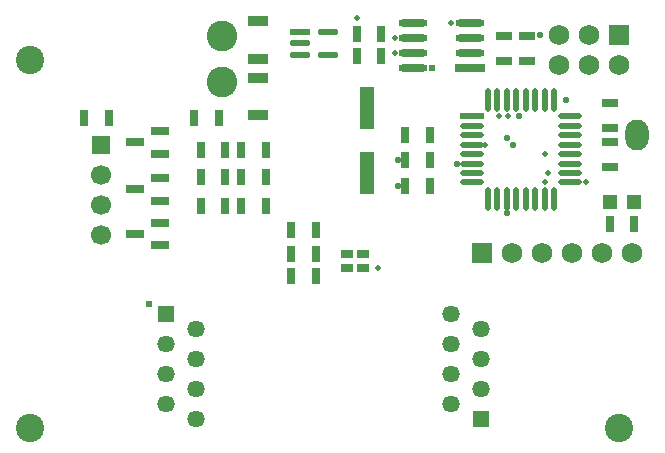
<source format=gts>
%FSLAX33Y33*%
%MOMM*%
%AMRect-W1400000-H1400000-RO1.000*
21,1,1.4,1.4,0.,0.,180*%
%AMRR-H500000-W2017345-R250000-RO0.000*
21,1,1.517345,0.5,0.,0.,360*
1,1,0.5,-0.7586725,0.*
1,1,0.5,0.7586725,0.*
1,1,0.5,0.7586725,-0.*
1,1,0.5,-0.7586725,0.*%
%AMRR-H2017345-W500000-R250000-RO0.000*
21,1,0.5,1.517345,0.,0.,360*
1,1,0.5,0.,0.7586725*
1,1,0.5,0.,0.7586725*
1,1,0.5,0.,-0.7586725*
1,1,0.5,-0.,-0.7586725*%
%AMRect-W2474066-H622132-RO1.000*
21,1,2.474066,0.622132,0.,0.,180*%
%AMRR-H622132-W2474066-R311066-RO1.000*
21,1,1.851934,0.622132,0.,0.,180*
1,1,0.622132,0.925967,-0.*
1,1,0.622132,-0.925967,-0.*
1,1,0.622132,-0.925967,0.*
1,1,0.622132,0.925967,0.*%
%AMRect-W670710-H1320710-RO1.000*
21,1,0.67071,1.32071,0.,0.,180*%
%AMRect-W670710-H1320710-RO1.500*
21,1,0.67071,1.32071,0.,0.,90*%
%AMRect-W1650000-H1650000-RO0.500*
21,1,1.65,1.65,0.,0.,270*%
%AMRR-H2600000-W2000000-R1000000-RO0.000*
21,1,2.,0.6,0.,0.,360*
1,1,2.,0.,0.3*
1,1,2.,0.,0.3*
1,1,2.,0.,-0.3*
1,1,2.,-0.,-0.3*%
%AMRect-W1574348-H617986-RO1.000*
21,1,1.574348,0.617986,0.,0.,180*%
%AMRect-W3500000-H1200000-RO1.500*
21,1,3.5,1.2,0.,0.,90*%
%AMRect-W1650000-H1650000-RO1.500*
21,1,1.65,1.65,0.,0.,90*%
%AMRect-W820710-H1670710-RO1.500*
21,1,0.82071,1.67071,0.,0.,90*%
%AMRect-W670710-H1320710-RO0.500*
21,1,0.67071,1.32071,0.,0.,270*%
%AMRect-W820710-H1670710-RO0.500*
21,1,0.82071,1.67071,0.,0.,270*%
%AMRect-W1600000-H1600000-RO1.500*
21,1,1.6,1.6,0.,0.,90*%
%AMRect-W1200000-H1200000-RO1.000*
21,1,1.2,1.2,0.,0.,180*%
%AMRR-H522474-W1805236-R261237-RO0.000*
21,1,1.282762,0.522474,0.,0.,360*
1,1,0.522474,-0.641381,0.*
1,1,0.522474,0.641381,0.*
1,1,0.522474,0.641381,-0.*
1,1,0.522474,-0.641381,0.*%
%ADD10C,0.5588*%
%ADD11C,0.508*%
%ADD12C,0.6096*%
%ADD13R,0.67071X1.32071*%
%ADD14C,1.46*%
%ADD15Rect-W1400000-H1400000-RO1.000*%
%ADD16R,2.017345X0.5*%
%ADD17RR-H500000-W2017345-R250000-RO0.000*%
%ADD18RR-H2017345-W500000-R250000-RO0.000*%
%ADD19Rect-W2474066-H622132-RO1.000*%
%ADD20RR-H622132-W2474066-R311066-RO1.000*%
%ADD21Rect-W670710-H1320710-RO1.000*%
%ADD22Rect-W670710-H1320710-RO1.500*%
%ADD23C,1.75*%
%ADD24Rect-W1650000-H1650000-RO0.500*%
%ADD25RR-H2600000-W2000000-R1000000-RO0.000*%
%ADD26R,1.4X1.4*%
%ADD27C,1.46*%
%ADD28Rect-W1574348-H617986-RO1.000*%
%ADD29Rect-W3500000-H1200000-RO1.500*%
%ADD30C,1.75*%
%ADD31Rect-W1650000-H1650000-RO1.500*%
%ADD32Rect-W820710-H1670710-RO1.500*%
%ADD33R,1.X0.7*%
%ADD34C,2.4*%
%ADD35Rect-W670710-H1320710-RO0.500*%
%ADD36Rect-W820710-H1670710-RO0.500*%
%ADD37C,1.7*%
%ADD38Rect-W1600000-H1600000-RO1.500*%
%ADD39Rect-W1200000-H1200000-RO1.000*%
%ADD40R,1.805236X0.522474*%
%ADD41RR-H522474-W1805236-R261237-RO0.000*%
%ADD42C,2.6*%
D10*
%LNtop solder mask_traces*%
G01*
X48400Y30766D03*
D11*
X33900Y34739D03*
X32450Y16510D03*
X41517Y26990D03*
X46567Y26190D03*
X46567Y23790D03*
D10*
X34150Y23512D03*
X39150Y25390D03*
D12*
X37000Y33469D03*
D10*
X34150Y25673D03*
D11*
X50035Y23790D03*
D10*
X43367Y27540D03*
X43917Y26990D03*
D11*
X38620Y37279D03*
D10*
X43367Y21200D03*
X46200Y36270D03*
D11*
X30659Y37750D03*
X43504Y29390D03*
X33900Y36009D03*
X46817Y24590D03*
X42717Y29390D03*
D12*
X13100Y13500D03*
D10*
X44417Y29390D03*
%LNtop solder mask component 0a1ece96d17ebea2*%
D13*
X20874Y21804D03*
X22974Y21804D03*
%LNtop solder mask component e927e838d71b22e8*%
D14*
X41220Y6270D03*
X41220Y8810D03*
X41220Y11350D03*
X38680Y5000D03*
X38680Y7540D03*
X38680Y10080D03*
X38680Y12620D03*
D15*
X41220Y3730D03*
%LNtop solder mask component bc3ea8611caa3e07*%
D16*
X40391Y29390D03*
D17*
X40391Y23790D03*
D18*
X47367Y30766D03*
X44967Y22414D03*
X46567Y22414D03*
D17*
X40391Y28590D03*
X40391Y26190D03*
X40391Y26990D03*
X40391Y24590D03*
D18*
X44167Y22414D03*
D17*
X40391Y25390D03*
X48743Y24590D03*
X48743Y27790D03*
D18*
X43367Y22414D03*
D17*
X48743Y26190D03*
D18*
X42567Y30766D03*
X44167Y30766D03*
D17*
X48743Y26990D03*
X48743Y25390D03*
D18*
X46567Y30766D03*
X44967Y30766D03*
D17*
X48743Y28590D03*
D18*
X41767Y22414D03*
X45767Y30766D03*
D17*
X40391Y27790D03*
D18*
X47367Y22414D03*
X45767Y22414D03*
X43367Y30766D03*
D17*
X48743Y23790D03*
D18*
X41767Y30766D03*
X42567Y22414D03*
D17*
X48743Y29390D03*
%LNtop solder mask component 9bd7a942015e546a*%
D13*
X20866Y26560D03*
X22966Y26560D03*
%LNtop solder mask component 8591dcaa33399401*%
X30659Y34540D03*
X32759Y34540D03*
%LNtop solder mask component 715de8a551f8d0d2*%
D19*
X40265Y33469D03*
D20*
X40265Y34739D03*
X40265Y36009D03*
X40265Y37279D03*
X35433Y37279D03*
X35433Y36009D03*
X35433Y34739D03*
X35433Y33469D03*
%LNtop solder mask component c5d1b4d132d35c39*%
D21*
X19550Y21816D03*
X17450Y21816D03*
%LNtop solder mask component 11da1af26442d9e8*%
D22*
X52120Y25140D03*
X52120Y27240D03*
%LNtop solder mask component 1b9c3ae7aa850f0e*%
D13*
X30659Y36370D03*
X32759Y36370D03*
%LNtop solder mask component 76321958aac1b876*%
D23*
X50290Y36270D03*
X47750Y36270D03*
X52830Y33730D03*
X50290Y33730D03*
X47750Y33730D03*
D24*
X52830Y36270D03*
%LNtop solder mask component 2467ff9ea4507952*%
D25*
X54366Y27805D03*
%LNtop solder mask component 4fb6784ca3f5679d*%
D26*
X14520Y12645D03*
D27*
X14520Y10105D03*
X14520Y7565D03*
X14520Y5025D03*
X17060Y11375D03*
X17060Y8835D03*
X17060Y6295D03*
X17060Y3755D03*
%LNtop solder mask component 40c3eb5b698cab48*%
D28*
X14035Y18466D03*
X14035Y20366D03*
X11865Y19416D03*
%LNtop solder mask component 083346c8b30380df*%
D29*
X31500Y24583D03*
X31500Y30083D03*
%LNtop solder mask component 814c5c3c6d480639*%
D21*
X27207Y15850D03*
X25107Y15850D03*
%LNtop solder mask component 1cceaf18e1fac281*%
D28*
X14035Y22247D03*
X14035Y24147D03*
X11865Y23197D03*
%LNtop solder mask component 8edc88c39419afd6*%
X14035Y26227D03*
X14035Y28127D03*
X11865Y27177D03*
%LNtop solder mask component 1f4c9ea0bcf20234*%
D30*
X51430Y17800D03*
X43810Y17800D03*
X53970Y17800D03*
X46350Y17800D03*
X48890Y17800D03*
D31*
X41270Y17800D03*
%LNtop solder mask component 18e4fbd411461424*%
D13*
X25107Y17760D03*
X27207Y17760D03*
%LNtop solder mask component 3c2fbee2bfd92707*%
D32*
X22300Y29480D03*
X22300Y32630D03*
%LNtop solder mask component 3ad29614db60c4f9*%
D21*
X19550Y26560D03*
X17450Y26560D03*
%LNtop solder mask component 3bfeb67455c7a435*%
D33*
X29800Y17720D03*
X31200Y17720D03*
X29800Y16520D03*
X31200Y16520D03*
%LNtop solder mask component 5cf368a6857aed40*%
D21*
X19015Y29280D03*
X16915Y29280D03*
%LNtop solder mask component 6e0fb9a0a2af981a*%
X36835Y23512D03*
X34735Y23512D03*
%LNtop solder mask component 4190dd77f7484c42*%
D34*
X52850Y3000D03*
%LNtop solder mask component 6d85366a808c8716*%
D35*
X45117Y36185D03*
X45117Y34085D03*
%LNtop solder mask component ccc2b801174ecec9*%
D36*
X22300Y37432D03*
X22300Y34282D03*
%LNtop solder mask component 42c4de660b89ae48*%
D34*
X3000Y34150D03*
%LNtop solder mask component d3b49b9b3ebcc615*%
D21*
X36835Y25673D03*
X34735Y25673D03*
%LNtop solder mask component 2b1d07057fd146e9*%
D13*
X20866Y24261D03*
X22966Y24261D03*
%LNtop solder mask component 150f7c3933538442*%
X34735Y27823D03*
X36835Y27823D03*
%LNtop solder mask component 8cd5750fd74509b5*%
D21*
X9685Y29280D03*
X7585Y29280D03*
%LNtop solder mask component 2b46ff2cd35e5a06*%
D13*
X52066Y20300D03*
X54166Y20300D03*
%LNtop solder mask component b91ec1a5d4001e45*%
D34*
X3000Y3000D03*
%LNtop solder mask component 347d401add0e6cdb*%
D22*
X52120Y28440D03*
X52120Y30540D03*
%LNtop solder mask component a835164194719c3b*%
D37*
X8970Y19357D03*
X8970Y21897D03*
X8970Y24437D03*
D38*
X8970Y26977D03*
%LNtop solder mask component 2905f58f01441a26*%
D39*
X54166Y22150D03*
X52066Y22150D03*
%LNtop solder mask component 0cb4257de17f4f13*%
D21*
X19550Y24261D03*
X17450Y24261D03*
%LNtop solder mask component 747d38665b9ef6ba*%
D13*
X25107Y19801D03*
X27207Y19801D03*
%LNtop solder mask component e2be4b268076fcad*%
D35*
X43127Y36185D03*
X43127Y34085D03*
%LNtop solder mask component ac6e6022896be475*%
D40*
X25894Y36520D03*
D41*
X25894Y35570D03*
X25894Y34620D03*
X28195Y34620D03*
X28195Y36520D03*
%LNtop solder mask component b02ef983d8c66af1*%
D42*
X19290Y32270D03*
X19290Y36230D03*
M02*
</source>
